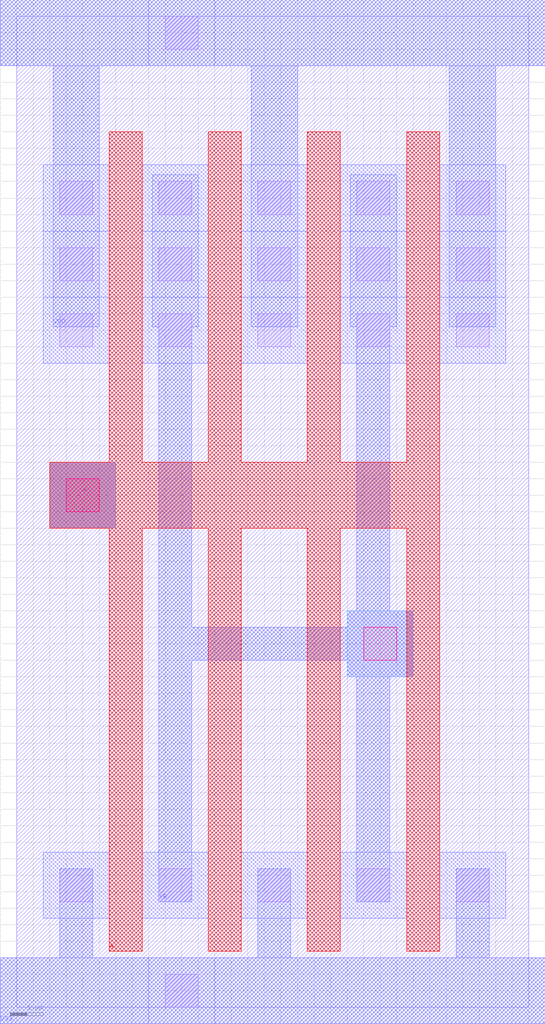
<source format=lef>
VERSION 5.3 ;

NAMESCASESENSITIVE ON ;

UNITS
  DATABASE MICRONS 1000 ;
END UNITS











MACRO inv4LEF
  CLASS BLOCK ;
  PIN A
    DIRECTION INPUT ;
    PORT
      LAYER POL ;
        POLYGON 1.000 16.500  1.000 14.500  2.800 14.500  2.800 1.700  3.800 
        1.700  3.800 14.500  5.800 14.500  5.800 1.700  6.800 1.700  6.800 
        14.500  8.800 14.500  8.800 1.700  9.800 1.700  9.800 14.500  11.800 
        14.500  11.800 1.700  12.800 1.700  12.800 26.500  11.800 26.500  
        11.800 16.500  9.800 16.500  9.800 26.500  8.800 26.500  8.800 16.500  
        6.800 16.500  6.800 26.500  5.800 26.500  5.800 16.500  3.800 16.500  
        3.800 26.500  2.800 26.500  2.800 16.500  1.000 16.500  ;
    END
    PORT
      LAYER ML1 ;
        POLYGON 1.000 14.500  1.000 16.500  3.000 16.500  3.000 14.500  1.000 
        14.500  ;
    END
  END A
  PIN VDD
    DIRECTION INOUT ;
    PORT
      LAYER ML1 ;
        POLYGON -0.500 30.500  -0.500 28.500  1.100 28.500  1.100 20.600  
        2.500 20.600  2.500 28.500  7.100 28.500  7.100 20.600  8.500 20.600  
        8.500 28.500  13.100 28.500  13.100 20.600  14.500 20.600  14.500 
        28.500  16.000 28.500  16.000 30.500  -0.500 30.500  ;
    END
  END VDD
  PIN VSS
    DIRECTION INOUT ;
    PORT
      LAYER ML1 ;
        POLYGON -0.500 1.500  -0.500 -0.500  16.000 -0.500  16.000 1.500  
        14.300 1.500  14.300 4.200  13.300 4.200  13.300 1.500  8.300 1.500  
        8.300 4.200  7.300 4.200  7.300 1.500  2.300 1.500  2.300 4.200  1.300 
        4.200  1.300 1.500  -0.500 1.500  ;
    END
  END VSS
  PIN YB
    DIRECTION OUTPUT ;
    PORT
      LAYER ML1 ;
        POLYGON 4.100 25.200  4.100 20.600  4.300 20.600  4.300 3.200  5.300 
        3.200  5.300 10.500  10.000 10.500  10.000 10.000  10.300 10.000  
        10.300 3.200  11.300 3.200  11.300 10.000  12.000 10.000  12.000 
        12.000  11.300 12.000  11.300 20.600  11.500 20.600  11.500 25.200  
        10.100 25.200  10.100 20.600  10.300 20.600  10.300 12.000  10.000 
        12.000  10.000 11.500  5.300 11.500  5.300 20.600  5.500 20.600  5.500 
        25.200  4.100 25.200  ;
    END
  END YB
  OBS
    LAYER CNT ;
      POLYGON 10.300 22.000  10.300 23.000  11.300 23.000  11.300 22.000  
      10.300 22.000  ;
      POLYGON 10.300 20.000  10.300 21.000  11.300 21.000  11.300 20.000  
      10.300 20.000  ;
      POLYGON 10.300 24.000  10.300 25.000  11.300 25.000  11.300 24.000  
      10.300 24.000  ;
      POLYGON 10.300 3.200  10.300 4.200  11.300 4.200  11.300 3.200  10.300 
      3.200  ;
      POLYGON 13.300 20.000  13.300 21.000  14.300 21.000  14.300 20.000  
      13.300 20.000  ;
      POLYGON 13.300 22.000  13.300 23.000  14.300 23.000  14.300 22.000  
      13.300 22.000  ;
      POLYGON 13.300 24.000  13.300 25.000  14.300 25.000  14.300 24.000  
      13.300 24.000  ;
      POLYGON 13.300 3.200  13.300 4.200  14.300 4.200  14.300 3.200  13.300 
      3.200  ;
      POLYGON 4.500 29.000  4.500 30.000  5.500 30.000  5.500 29.000  4.500 
      29.000  ;
      POLYGON 1.500 15.000  1.500 16.000  2.500 16.000  2.500 15.000  1.500 
      15.000  ;
      POLYGON 4.500 0.000  4.500 1.000  5.500 1.000  5.500 0.000  4.500 0.000  ;
      
      POLYGON 7.300 3.200  7.300 4.200  8.300 4.200  8.300 3.200  7.300 3.200  ;
      
      POLYGON 7.300 20.000  7.300 21.000  8.300 21.000  8.300 20.000  7.300 
      20.000  ;
      POLYGON 7.300 22.000  7.300 23.000  8.300 23.000  8.300 22.000  7.300 
      22.000  ;
      POLYGON 7.300 24.000  7.300 25.000  8.300 25.000  8.300 24.000  7.300 
      24.000  ;
      POLYGON 4.300 22.000  4.300 23.000  5.300 23.000  5.300 22.000  4.300 
      22.000  ;
      POLYGON 4.300 20.000  4.300 21.000  5.300 21.000  5.300 20.000  4.300 
      20.000  ;
      POLYGON 4.300 24.000  4.300 25.000  5.300 25.000  5.300 24.000  4.300 
      24.000  ;
      POLYGON 4.300 3.200  4.300 4.200  5.300 4.200  5.300 3.200  4.300 3.200  ;
      
      POLYGON 1.300 22.000  1.300 23.000  2.300 23.000  2.300 22.000  1.300 
      22.000  ;
      POLYGON 1.300 20.000  1.300 21.000  2.300 21.000  2.300 20.000  1.300 
      20.000  ;
      POLYGON 1.300 3.200  1.300 4.200  2.300 4.200  2.300 3.200  1.300 3.200  ;
      
      POLYGON 1.300 24.000  1.300 25.000  2.300 25.000  2.300 24.000  1.300 
      24.000  ;
    LAYER FRAME ;
      RECT -0.500 28.500  16.000 30.500  ;
      RECT -0.500 -0.500  16.000 1.500  ;
      POLYGON 0.000 0.000  15.500 0.000  15.500 30.000  0.000 30.000  0.000 
      0.000  ;
    LAYER ML1 ;
      POLYGON 1.000 14.500  1.000 16.500  3.000 16.500  3.000 14.500  1.000 
      14.500  ;
      RECT 4.000 -0.500  6.000 1.500  ;
      RECT 1.000 14.500  3.000 16.500  ;
      RECT 4.000 28.500  6.000 30.500  ;
      RECT 12.800 2.700  14.800 4.700  ;
      RECT 12.800 23.500  14.800 25.500  ;
      RECT 12.800 21.500  14.800 23.500  ;
      RECT 12.800 19.500  14.800 21.500  ;
      RECT 9.800 2.700  11.800 4.700  ;
      RECT 9.800 23.500  11.800 25.500  ;
      RECT 9.800 19.500  11.800 21.500  ;
      RECT 9.800 21.500  11.800 23.500  ;
      RECT 6.800 2.700  8.800 4.700  ;
      RECT 6.800 19.500  8.800 21.500  ;
      RECT 6.800 21.500  8.800 23.500  ;
      RECT 6.800 23.500  8.800 25.500  ;
      RECT 3.800 21.500  5.800 23.500  ;
      RECT 3.800 19.500  5.800 21.500  ;
      RECT 3.800 23.500  5.800 25.500  ;
      RECT 3.800 2.700  5.800 4.700  ;
      RECT 0.800 21.500  2.800 23.500  ;
      RECT 0.800 19.500  2.800 21.500  ;
      RECT 0.800 2.700  2.800 4.700  ;
      RECT 0.800 23.500  2.800 25.500  ;
      POLYGON -0.500 30.500  -0.500 28.500  1.100 28.500  1.100 20.600  2.500 
      20.600  2.500 28.500  7.100 28.500  7.100 20.600  8.500 20.600  8.500 
      28.500  13.100 28.500  13.100 20.600  14.500 20.600  14.500 28.500  
      16.000 28.500  16.000 30.500  -0.500 30.500  ;
      POLYGON -0.500 1.500  -0.500 -0.500  16.000 -0.500  16.000 1.500  14.300 
      1.500  14.300 4.200  13.300 4.200  13.300 1.500  8.300 1.500  8.300 
      4.200  7.300 4.200  7.300 1.500  2.300 1.500  2.300 4.200  1.300 4.200  
      1.300 1.500  -0.500 1.500  ;
      POLYGON 4.100 25.200  4.100 20.600  4.300 20.600  4.300 3.200  5.300 
      3.200  5.300 10.500  10.000 10.500  10.000 10.000  10.300 10.000  10.300 
      3.200  11.300 3.200  11.300 10.000  12.000 10.000  12.000 12.000  11.300 
      12.000  11.300 20.600  11.500 20.600  11.500 25.200  10.100 25.200  
      10.100 20.600  10.300 20.600  10.300 12.000  10.000 12.000  10.000 
      11.500  5.300 11.500  5.300 20.600  5.500 20.600  5.500 25.200  4.100 
      25.200  ;
    LAYER ML2 ;
      POLYGON 10.000 12.000  10.000 10.000  12.000 10.000  12.000 12.000  
      10.000 12.000  ;
      POLYGON 1.000 14.500  1.000 16.500  3.000 16.500  3.000 14.500  1.000 
      14.500  ;
    LAYER POL ;
      POLYGON 1.000 16.500  1.000 14.500  2.800 14.500  2.800 1.700  3.800 
      1.700  3.800 14.500  5.800 14.500  5.800 1.700  6.800 1.700  6.800 
      14.500  8.800 14.500  8.800 1.700  9.800 1.700  9.800 14.500  11.800 
      14.500  11.800 1.700  12.800 1.700  12.800 26.500  11.800 26.500  11.800 
      16.500  9.800 16.500  9.800 26.500  8.800 26.500  8.800 16.500  6.800 
      16.500  6.800 26.500  5.800 26.500  5.800 16.500  3.800 16.500  3.800 
      26.500  2.800 26.500  2.800 16.500  1.000 16.500  ;
    LAYER VIA1 ;
      POLYGON 10.500 10.500  10.500 11.500  11.500 11.500  11.500 10.500  
      10.500 10.500  ;
      POLYGON 1.500 15.000  1.500 16.000  2.500 16.000  2.500 15.000  1.500 
      15.000  ;
  END
END inv4LEF


END LIBRARY

</source>
